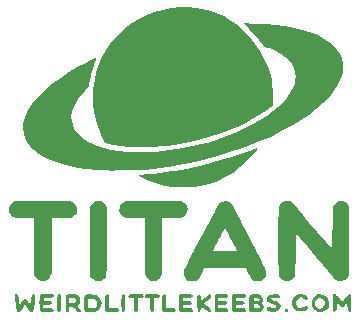
<source format=gto>
%TF.GenerationSoftware,KiCad,Pcbnew,(6.0.9)*%
%TF.CreationDate,2023-02-22T02:07:02+05:30*%
%TF.ProjectId,Titan Keyboard,54697461-6e20-44b6-9579-626f6172642e,rev?*%
%TF.SameCoordinates,Original*%
%TF.FileFunction,Legend,Top*%
%TF.FilePolarity,Positive*%
%FSLAX46Y46*%
G04 Gerber Fmt 4.6, Leading zero omitted, Abs format (unit mm)*
G04 Created by KiCad (PCBNEW (6.0.9)) date 2023-02-22 02:07:02*
%MOMM*%
%LPD*%
G01*
G04 APERTURE LIST*
%ADD10C,2.700000*%
G04 APERTURE END LIST*
%TO.C,G\u002A\u002A\u002A*%
G36*
X77721843Y-100376616D02*
G01*
X78644711Y-100415376D01*
X79501481Y-100483717D01*
X80295260Y-100582216D01*
X81029155Y-100711451D01*
X81706272Y-100871999D01*
X82329718Y-101064437D01*
X82902600Y-101289343D01*
X83086983Y-101373579D01*
X83603776Y-101644990D01*
X84048348Y-101935031D01*
X84421364Y-102244486D01*
X84723487Y-102574139D01*
X84955381Y-102924775D01*
X85117708Y-103297177D01*
X85211133Y-103692128D01*
X85232810Y-103908558D01*
X85232736Y-104214374D01*
X85193690Y-104507709D01*
X85111181Y-104810432D01*
X84980719Y-105144418D01*
X84977544Y-105151670D01*
X84718542Y-105655521D01*
X84386003Y-106153457D01*
X83979754Y-106645630D01*
X83499622Y-107132193D01*
X82945435Y-107613296D01*
X82317020Y-108089092D01*
X81614205Y-108559734D01*
X80836816Y-109025371D01*
X80142929Y-109403913D01*
X79076060Y-109929207D01*
X77950289Y-110418846D01*
X76773956Y-110870476D01*
X75555398Y-111281747D01*
X74302957Y-111650305D01*
X73024970Y-111973799D01*
X71729777Y-112249876D01*
X70425718Y-112476185D01*
X69121131Y-112650373D01*
X68360625Y-112727206D01*
X68180845Y-112740250D01*
X67946278Y-112752842D01*
X67668454Y-112764734D01*
X67358901Y-112775679D01*
X67029147Y-112785428D01*
X66690721Y-112793732D01*
X66355152Y-112800345D01*
X66033967Y-112805019D01*
X65738695Y-112807504D01*
X65480865Y-112807552D01*
X65272005Y-112804917D01*
X65123644Y-112799350D01*
X65096880Y-112797431D01*
X64999578Y-112789880D01*
X64845545Y-112778546D01*
X64652911Y-112764738D01*
X64439808Y-112749763D01*
X64346510Y-112743299D01*
X63522567Y-112669357D01*
X62760732Y-112564930D01*
X62053990Y-112428730D01*
X61395324Y-112259465D01*
X60958749Y-112120492D01*
X60395429Y-111900628D01*
X59889756Y-111650950D01*
X59443643Y-111373577D01*
X59059003Y-111070623D01*
X58737750Y-110744208D01*
X58481798Y-110396446D01*
X58293062Y-110029456D01*
X58173454Y-109645354D01*
X58124888Y-109246257D01*
X58131243Y-108992857D01*
X58203024Y-108555309D01*
X58348023Y-108111239D01*
X58564846Y-107662099D01*
X58852100Y-107209344D01*
X59208390Y-106754428D01*
X59632322Y-106298802D01*
X60122504Y-105843922D01*
X60677540Y-105391240D01*
X61296038Y-104942211D01*
X61976603Y-104498287D01*
X62717842Y-104060921D01*
X63021433Y-103893328D01*
X63238067Y-103778058D01*
X63460412Y-103663548D01*
X63678156Y-103554708D01*
X63880985Y-103456446D01*
X64058585Y-103373672D01*
X64200642Y-103311295D01*
X64296843Y-103274224D01*
X64336751Y-103267238D01*
X64329919Y-103305479D01*
X64300426Y-103395649D01*
X64254125Y-103520268D01*
X64239816Y-103556760D01*
X64098416Y-103945958D01*
X63964769Y-104374618D01*
X63846989Y-104813478D01*
X63753190Y-105233274D01*
X63712802Y-105457543D01*
X63694499Y-105558365D01*
X63670529Y-105638875D01*
X63631352Y-105714406D01*
X63567429Y-105800292D01*
X63469218Y-105911865D01*
X63350975Y-106039079D01*
X63048569Y-106388783D01*
X62782858Y-106750544D01*
X62560849Y-107112760D01*
X62389549Y-107463824D01*
X62275963Y-107792132D01*
X62264289Y-107838899D01*
X62206832Y-108230221D01*
X62222187Y-108605297D01*
X62309667Y-108962992D01*
X62468584Y-109302172D01*
X62698252Y-109621703D01*
X62997983Y-109920450D01*
X63367089Y-110197279D01*
X63804884Y-110451055D01*
X63865463Y-110481627D01*
X64378401Y-110702588D01*
X64953601Y-110887474D01*
X65587140Y-111035567D01*
X66275096Y-111146147D01*
X67013545Y-111218495D01*
X67798563Y-111251892D01*
X68079598Y-111254246D01*
X69257354Y-111217452D01*
X70443091Y-111107989D01*
X71631329Y-110927009D01*
X72816588Y-110675663D01*
X73993388Y-110355103D01*
X75156249Y-109966479D01*
X76225146Y-109542957D01*
X76921070Y-109226778D01*
X77574709Y-108891886D01*
X78183305Y-108540874D01*
X78744097Y-108176337D01*
X79254324Y-107800868D01*
X79711228Y-107417060D01*
X80112047Y-107027507D01*
X80454023Y-106634803D01*
X80734394Y-106241542D01*
X80950401Y-105850316D01*
X81099284Y-105463721D01*
X81178282Y-105084349D01*
X81190964Y-104876506D01*
X81156994Y-104495892D01*
X81051773Y-104134531D01*
X80877049Y-103794306D01*
X80634568Y-103477099D01*
X80326080Y-103184794D01*
X79953332Y-102919275D01*
X79518071Y-102682423D01*
X79022046Y-102476122D01*
X78934222Y-102445059D01*
X78543468Y-102310078D01*
X78339007Y-102041777D01*
X78093810Y-101727534D01*
X77861475Y-101447504D01*
X77620478Y-101176914D01*
X77349298Y-100890990D01*
X77259623Y-100799314D01*
X76821400Y-100353880D01*
X77721843Y-100376616D01*
G37*
G36*
X76775913Y-123267531D02*
G01*
X76894679Y-123297596D01*
X76963189Y-123346715D01*
X76989367Y-123417150D01*
X76990233Y-123436464D01*
X76972225Y-123500232D01*
X76912261Y-123544447D01*
X76801433Y-123571768D01*
X76630829Y-123584856D01*
X76486200Y-123586993D01*
X76127308Y-123586993D01*
X76127308Y-123849622D01*
X76443535Y-123849622D01*
X76637749Y-123857066D01*
X76767930Y-123882237D01*
X76843865Y-123929395D01*
X76875339Y-124002798D01*
X76877677Y-124038574D01*
X76855859Y-124105919D01*
X76785142Y-124151378D01*
X76657629Y-124177574D01*
X76465426Y-124187128D01*
X76429922Y-124187288D01*
X76127308Y-124187288D01*
X76127308Y-124449917D01*
X76455595Y-124450430D01*
X76659550Y-124453635D01*
X76800984Y-124464736D01*
X76892275Y-124487079D01*
X76945799Y-124524013D01*
X76973935Y-124578884D01*
X76977416Y-124591553D01*
X76984700Y-124664931D01*
X76958372Y-124718045D01*
X76889790Y-124753873D01*
X76770314Y-124775392D01*
X76591302Y-124785583D01*
X76408696Y-124787584D01*
X76190114Y-124784662D01*
X76035903Y-124775193D01*
X75935597Y-124758119D01*
X75881229Y-124734278D01*
X75854883Y-124709885D01*
X75835762Y-124673668D01*
X75822719Y-124614447D01*
X75814610Y-124521043D01*
X75810291Y-124382278D01*
X75808615Y-124186972D01*
X75808401Y-124023263D01*
X75810016Y-123763786D01*
X75815226Y-123571303D01*
X75824581Y-123437830D01*
X75838632Y-123355388D01*
X75857071Y-123316821D01*
X75920182Y-123291016D01*
X76052715Y-123271799D01*
X76256922Y-123258892D01*
X76355920Y-123255524D01*
X76598968Y-123254261D01*
X76775913Y-123267531D01*
G37*
G36*
X77957269Y-110922320D02*
G01*
X77949149Y-110964695D01*
X77895430Y-111052216D01*
X77803104Y-111176501D01*
X77679161Y-111329171D01*
X77530591Y-111501846D01*
X77364385Y-111686146D01*
X77187535Y-111873691D01*
X77032137Y-112031308D01*
X76467764Y-112542154D01*
X75872254Y-112985695D01*
X75243065Y-113363243D01*
X74577656Y-113676108D01*
X73873485Y-113925602D01*
X73128009Y-114113036D01*
X72919479Y-114153144D01*
X72738408Y-114177702D01*
X72500562Y-114198164D01*
X72224114Y-114214063D01*
X71927240Y-114224928D01*
X71628113Y-114230291D01*
X71344907Y-114229682D01*
X71095796Y-114222633D01*
X70898955Y-114208675D01*
X70874723Y-114205916D01*
X70131096Y-114077972D01*
X69388337Y-113875258D01*
X68647303Y-113598041D01*
X68083077Y-113336325D01*
X67959812Y-113266003D01*
X67908770Y-113214319D01*
X67930370Y-113179942D01*
X68025029Y-113161540D01*
X68139229Y-113157434D01*
X68270624Y-113152492D01*
X68462059Y-113139259D01*
X68699169Y-113119161D01*
X68967587Y-113093621D01*
X69252949Y-113064065D01*
X69540888Y-113031917D01*
X69817040Y-112998602D01*
X70049317Y-112968010D01*
X71566450Y-112723443D01*
X73065022Y-112412082D01*
X74552424Y-112032044D01*
X76036048Y-111581446D01*
X77473629Y-111077007D01*
X77646879Y-111014106D01*
X77793752Y-110964301D01*
X77900678Y-110931932D01*
X77954089Y-110921340D01*
X77957269Y-110922320D01*
G37*
G36*
X68000191Y-123253937D02*
G01*
X68107328Y-123262354D01*
X68179854Y-123278406D01*
X68231201Y-123303158D01*
X68231761Y-123303523D01*
X68309441Y-123380846D01*
X68319694Y-123457383D01*
X68269616Y-123523605D01*
X68166306Y-123569982D01*
X68020640Y-123586993D01*
X67835727Y-123586993D01*
X67835727Y-124125196D01*
X67834719Y-124340492D01*
X67830730Y-124493433D01*
X67822311Y-124596685D01*
X67808016Y-124662912D01*
X67786396Y-124704781D01*
X67767116Y-124725491D01*
X67699351Y-124776989D01*
X67646763Y-124775198D01*
X67578641Y-124718069D01*
X67573098Y-124712547D01*
X67542997Y-124675991D01*
X67522167Y-124628019D01*
X67508934Y-124555290D01*
X67501626Y-124444466D01*
X67498570Y-124282206D01*
X67498061Y-124114212D01*
X67498061Y-123590914D01*
X67305433Y-123579574D01*
X67172898Y-123562663D01*
X67093450Y-123526383D01*
X67061660Y-123490855D01*
X67029723Y-123420495D01*
X67052013Y-123357313D01*
X67063591Y-123340781D01*
X67092525Y-123311113D01*
X67137345Y-123290067D01*
X67210919Y-123275704D01*
X67326113Y-123266088D01*
X67495796Y-123259283D01*
X67628361Y-123255760D01*
X67845013Y-123252094D01*
X68000191Y-123253937D01*
G37*
G36*
X69538031Y-115370826D02*
G01*
X69926447Y-115371911D01*
X70288040Y-115373638D01*
X70615889Y-115375939D01*
X70903076Y-115378747D01*
X71142682Y-115381995D01*
X71327788Y-115385614D01*
X71451474Y-115389539D01*
X71506184Y-115393566D01*
X71623555Y-115442439D01*
X71756740Y-115535221D01*
X71881963Y-115652079D01*
X71975449Y-115773180D01*
X71987812Y-115795324D01*
X72024621Y-115904122D01*
X72047690Y-116043842D01*
X72051214Y-116106084D01*
X72018627Y-116320484D01*
X71921737Y-116516991D01*
X71771276Y-116677760D01*
X71666089Y-116746340D01*
X71607838Y-116775317D01*
X71550183Y-116797064D01*
X71481680Y-116812616D01*
X71390884Y-116823007D01*
X71266351Y-116829271D01*
X71096636Y-116832443D01*
X70870294Y-116833558D01*
X70699989Y-116833669D01*
X69899243Y-116833669D01*
X69899243Y-121582615D01*
X69814826Y-121747843D01*
X69730258Y-121876629D01*
X69621920Y-121996938D01*
X69588320Y-122026112D01*
X69488209Y-122094439D01*
X69385941Y-122131683D01*
X69248612Y-122148778D01*
X69213136Y-122150787D01*
X69034789Y-122147620D01*
X68895780Y-122121251D01*
X68867485Y-122110147D01*
X68709355Y-122002176D01*
X68572118Y-121844549D01*
X68494291Y-121702895D01*
X68482274Y-121666455D01*
X68471995Y-121615294D01*
X68463323Y-121543795D01*
X68456128Y-121446340D01*
X68450278Y-121317313D01*
X68445643Y-121151097D01*
X68442093Y-120942073D01*
X68439497Y-120684626D01*
X68437723Y-120373137D01*
X68436642Y-120001989D01*
X68436123Y-119565566D01*
X68436023Y-119198537D01*
X68436023Y-116833669D01*
X67635277Y-116833669D01*
X67368871Y-116833300D01*
X67166055Y-116831501D01*
X67015385Y-116827240D01*
X66905416Y-116819482D01*
X66824702Y-116807192D01*
X66761798Y-116789337D01*
X66705260Y-116764883D01*
X66669177Y-116746372D01*
X66484151Y-116608929D01*
X66350778Y-116425485D01*
X66279304Y-116210824D01*
X66274555Y-116176855D01*
X66267894Y-116054608D01*
X66285968Y-115951284D01*
X66336428Y-115832125D01*
X66360946Y-115784441D01*
X66443311Y-115649356D01*
X66535332Y-115556530D01*
X66666860Y-115475954D01*
X66668848Y-115474913D01*
X66868816Y-115370449D01*
X69129709Y-115370449D01*
X69538031Y-115370826D01*
G37*
G36*
X63844203Y-123294103D02*
G01*
X63854019Y-123294521D01*
X64101973Y-123312054D01*
X64277880Y-123340693D01*
X64370180Y-123372839D01*
X64542094Y-123500189D01*
X64663761Y-123667043D01*
X64735354Y-123859594D01*
X64757049Y-124064037D01*
X64729019Y-124266567D01*
X64651438Y-124453378D01*
X64524480Y-124610665D01*
X64353163Y-124722483D01*
X64215524Y-124769679D01*
X64047861Y-124797614D01*
X63840011Y-124809821D01*
X63682800Y-124811726D01*
X63550559Y-124809147D01*
X63463935Y-124802657D01*
X63446067Y-124798884D01*
X63392798Y-124773100D01*
X63353714Y-124731880D01*
X63326674Y-124664532D01*
X63309539Y-124560364D01*
X63305035Y-124487436D01*
X63633660Y-124487436D01*
X63881120Y-124487436D01*
X64091288Y-124471986D01*
X64233181Y-124425623D01*
X64235956Y-124424008D01*
X64346358Y-124319234D01*
X64405251Y-124178650D01*
X64410896Y-124022603D01*
X64361552Y-123871442D01*
X64291266Y-123777324D01*
X64229696Y-123726199D01*
X64156658Y-123695025D01*
X64049900Y-123677340D01*
X63914918Y-123668031D01*
X63633660Y-123653828D01*
X63633660Y-124487436D01*
X63305035Y-124487436D01*
X63300171Y-124408681D01*
X63296429Y-124198791D01*
X63295993Y-124048803D01*
X63296597Y-123788729D01*
X63301013Y-123653828D01*
X63302956Y-123594459D01*
X63321898Y-123456768D01*
X63360245Y-123366430D01*
X63424825Y-123314220D01*
X63522461Y-123290912D01*
X63659978Y-123287282D01*
X63844203Y-123294103D01*
G37*
G36*
X82660492Y-123647901D02*
G01*
X82690897Y-123595345D01*
X82814796Y-123431186D01*
X82952564Y-123331040D01*
X83123782Y-123284099D01*
X83267609Y-123277040D01*
X83492381Y-123311831D01*
X83686669Y-123404149D01*
X83844194Y-123542419D01*
X83958676Y-123715068D01*
X84023838Y-123910520D01*
X84033400Y-124117203D01*
X83981085Y-124323541D01*
X83907606Y-124456820D01*
X83754427Y-124615303D01*
X83559674Y-124721147D01*
X83339967Y-124769083D01*
X83111927Y-124753840D01*
X83035466Y-124733335D01*
X82834595Y-124633243D01*
X82684626Y-124486134D01*
X82588895Y-124303027D01*
X82550738Y-124094940D01*
X82555971Y-124043874D01*
X82805595Y-124043874D01*
X82832545Y-124217880D01*
X82918775Y-124355102D01*
X83044464Y-124452992D01*
X83172955Y-124512954D01*
X83287171Y-124515360D01*
X83404795Y-124469243D01*
X83545785Y-124362328D01*
X83630344Y-124227265D01*
X83661564Y-124078474D01*
X83642536Y-123930376D01*
X83576355Y-123797393D01*
X83466110Y-123693947D01*
X83314895Y-123634458D01*
X83223925Y-123625697D01*
X83107900Y-123635173D01*
X83018921Y-123676341D01*
X82933157Y-123752074D01*
X82850197Y-123848586D01*
X82813142Y-123940250D01*
X82805595Y-124043874D01*
X82555971Y-124043874D01*
X82573491Y-123872892D01*
X82660492Y-123647901D01*
G37*
G36*
X72941965Y-118926428D02*
G01*
X73202839Y-118426386D01*
X73329189Y-118184334D01*
X73589936Y-117685737D01*
X73818678Y-117250303D01*
X74017451Y-116874324D01*
X74188293Y-116554093D01*
X74333241Y-116285901D01*
X74454331Y-116066040D01*
X74553601Y-115890804D01*
X74633088Y-115756485D01*
X74694828Y-115659373D01*
X74740860Y-115595763D01*
X74767105Y-115567077D01*
X74959720Y-115441546D01*
X75179596Y-115383856D01*
X75370380Y-115389077D01*
X75429403Y-115398739D01*
X75483640Y-115411791D01*
X75535638Y-115432341D01*
X75587943Y-115464499D01*
X75643105Y-115512373D01*
X75703670Y-115580074D01*
X75772186Y-115671709D01*
X75851199Y-115791388D01*
X75943259Y-115943221D01*
X76050911Y-116131316D01*
X76176703Y-116359782D01*
X76323184Y-116632729D01*
X76492900Y-116954265D01*
X76688399Y-117328500D01*
X76912228Y-117759543D01*
X77166935Y-118251503D01*
X77277754Y-118465722D01*
X77532343Y-118958077D01*
X77754572Y-119388452D01*
X77946663Y-119761459D01*
X78110837Y-120081712D01*
X78249318Y-120353823D01*
X78364327Y-120582405D01*
X78458086Y-120772070D01*
X78532818Y-120927431D01*
X78590745Y-121053101D01*
X78634089Y-121153692D01*
X78665072Y-121233818D01*
X78685917Y-121298091D01*
X78698845Y-121351123D01*
X78706079Y-121397527D01*
X78709583Y-121437821D01*
X78713377Y-121582695D01*
X78697126Y-121688616D01*
X78653522Y-121790575D01*
X78625580Y-121840147D01*
X78492946Y-122004892D01*
X78357225Y-122108422D01*
X78244077Y-122166639D01*
X78142350Y-122192792D01*
X78015277Y-122194641D01*
X77964084Y-122191427D01*
X77799122Y-122168697D01*
X77662247Y-122120687D01*
X77542886Y-122038055D01*
X77430469Y-121911463D01*
X77314424Y-121731570D01*
X77196584Y-121513334D01*
X76971473Y-121074159D01*
X75217774Y-121073707D01*
X73464075Y-121073256D01*
X73242917Y-121514098D01*
X73154205Y-121685149D01*
X73070721Y-121835767D01*
X73001199Y-121950864D01*
X72954374Y-122015356D01*
X72950487Y-122019166D01*
X72784394Y-122123159D01*
X72581844Y-122181980D01*
X72368572Y-122192440D01*
X72170314Y-122151350D01*
X72107994Y-122123548D01*
X71923840Y-121985733D01*
X71789117Y-121800287D01*
X71713424Y-121583173D01*
X71700339Y-121445717D01*
X71702167Y-121418301D01*
X71709135Y-121383886D01*
X71723296Y-121338356D01*
X71746709Y-121277592D01*
X71781428Y-121197479D01*
X71829510Y-121093899D01*
X71893010Y-120962736D01*
X71973986Y-120799872D01*
X72074494Y-120601190D01*
X72196589Y-120362574D01*
X72342327Y-120079907D01*
X72513765Y-119749071D01*
X72581177Y-119619415D01*
X74177394Y-119619415D01*
X74213035Y-119626763D01*
X74314145Y-119633396D01*
X74471161Y-119639051D01*
X74674516Y-119643469D01*
X74914645Y-119646387D01*
X75181984Y-119647545D01*
X75208106Y-119647554D01*
X75477499Y-119646575D01*
X75720576Y-119643810D01*
X75927770Y-119639522D01*
X76089519Y-119633972D01*
X76196258Y-119627420D01*
X76238424Y-119620128D01*
X76238724Y-119619415D01*
X76221362Y-119574833D01*
X76173996Y-119476027D01*
X76101986Y-119333044D01*
X76010694Y-119155932D01*
X75905483Y-118954739D01*
X75791713Y-118739510D01*
X75674747Y-118520295D01*
X75559945Y-118307139D01*
X75452669Y-118110089D01*
X75358282Y-117939194D01*
X75282144Y-117804501D01*
X75229617Y-117716056D01*
X75206063Y-117683907D01*
X75205863Y-117683916D01*
X75182754Y-117716960D01*
X75130550Y-117806505D01*
X75054639Y-117942406D01*
X74960412Y-118114523D01*
X74853257Y-118312711D01*
X74738565Y-118526829D01*
X74621725Y-118746733D01*
X74508126Y-118962280D01*
X74403159Y-119163328D01*
X74312212Y-119339734D01*
X74240676Y-119481355D01*
X74193940Y-119578049D01*
X74177394Y-119619415D01*
X72581177Y-119619415D01*
X72712959Y-119365951D01*
X72941965Y-118926428D01*
G37*
G36*
X69260746Y-123250290D02*
G01*
X69416482Y-123254648D01*
X69531008Y-123263198D01*
X69578310Y-123272500D01*
X69644805Y-123323199D01*
X69678165Y-123369417D01*
X69693433Y-123457858D01*
X69643295Y-123528234D01*
X69536567Y-123573505D01*
X69405688Y-123586993D01*
X69223911Y-123586993D01*
X69223911Y-124128883D01*
X69223329Y-124341382D01*
X69220410Y-124491531D01*
X69213392Y-124592013D01*
X69200512Y-124655511D01*
X69180009Y-124694711D01*
X69150121Y-124722295D01*
X69140526Y-124729178D01*
X69062530Y-124777117D01*
X69011408Y-124776792D01*
X68955191Y-124726506D01*
X68948337Y-124718972D01*
X68922991Y-124679264D01*
X68905409Y-124617349D01*
X68894295Y-124520724D01*
X68888358Y-124376885D01*
X68886304Y-124173328D01*
X68886244Y-124118677D01*
X68886244Y-123586993D01*
X68704467Y-123586993D01*
X68564736Y-123567832D01*
X68465972Y-123518451D01*
X68414876Y-123451005D01*
X68418151Y-123377647D01*
X68482498Y-123310529D01*
X68537378Y-123283971D01*
X68610536Y-123270546D01*
X68738694Y-123260253D01*
X68902610Y-123253305D01*
X69083041Y-123249913D01*
X69260746Y-123250290D01*
G37*
G36*
X72149230Y-123255607D02*
G01*
X72313007Y-123276214D01*
X72418669Y-123313801D01*
X72474220Y-123371020D01*
X72488017Y-123437726D01*
X72468734Y-123502348D01*
X72405140Y-123546787D01*
X72288617Y-123573696D01*
X72110546Y-123585725D01*
X72002743Y-123586993D01*
X71662611Y-123586993D01*
X71662611Y-123849622D01*
X71975703Y-123849622D01*
X72139386Y-123852675D01*
X72245673Y-123863966D01*
X72312037Y-123886688D01*
X72350887Y-123918233D01*
X72406259Y-124004292D01*
X72394121Y-124079313D01*
X72354022Y-124128331D01*
X72299825Y-124160080D01*
X72205681Y-124178762D01*
X72057142Y-124186648D01*
X71978838Y-124187288D01*
X71662611Y-124187288D01*
X71662611Y-124449917D01*
X72016356Y-124449917D01*
X72198352Y-124453171D01*
X72319724Y-124464285D01*
X72394661Y-124485285D01*
X72429059Y-124508875D01*
X72481638Y-124599875D01*
X72473174Y-124689605D01*
X72415447Y-124748745D01*
X72345605Y-124765447D01*
X72220698Y-124777111D01*
X72059841Y-124783767D01*
X71882154Y-124785448D01*
X71706752Y-124782184D01*
X71552753Y-124774007D01*
X71439275Y-124760949D01*
X71390602Y-124747060D01*
X71367287Y-124726817D01*
X71350191Y-124690242D01*
X71338370Y-124626844D01*
X71330883Y-124526133D01*
X71326789Y-124377618D01*
X71325146Y-124170810D01*
X71324945Y-124015662D01*
X71324945Y-123322506D01*
X71421183Y-123285916D01*
X71498162Y-123270657D01*
X71629520Y-123258516D01*
X71794616Y-123251011D01*
X71919334Y-123249327D01*
X72149230Y-123255607D01*
G37*
G36*
X57600681Y-123266035D02*
G01*
X57664439Y-123320578D01*
X57701595Y-123375098D01*
X57728555Y-123461949D01*
X57748769Y-123596288D01*
X57762696Y-123752041D01*
X57776860Y-123905972D01*
X57792997Y-124027086D01*
X57808674Y-124099214D01*
X57816887Y-124112251D01*
X57850827Y-124083681D01*
X57911287Y-124009529D01*
X57970784Y-123926565D01*
X58094654Y-123771608D01*
X58207048Y-123685208D01*
X58305171Y-123669379D01*
X58321250Y-123674236D01*
X58372424Y-123713821D01*
X58450716Y-123796123D01*
X58537911Y-123901739D01*
X58619915Y-124001593D01*
X58685190Y-124069847D01*
X58720227Y-124092451D01*
X58720982Y-124092107D01*
X58736798Y-124049776D01*
X58753994Y-123954288D01*
X58767280Y-123841451D01*
X58798739Y-123605977D01*
X58843498Y-123439722D01*
X58903561Y-123337722D01*
X58980930Y-123295015D01*
X58988226Y-123293976D01*
X59055638Y-123293463D01*
X59103299Y-123315643D01*
X59132377Y-123369174D01*
X59144037Y-123462715D01*
X59139446Y-123604922D01*
X59119769Y-123804455D01*
X59089434Y-124045423D01*
X59050088Y-124322187D01*
X59012930Y-124530823D01*
X58974867Y-124678053D01*
X58932810Y-124770599D01*
X58883667Y-124815185D01*
X58824347Y-124818532D01*
X58751759Y-124787363D01*
X58749007Y-124785769D01*
X58701477Y-124739186D01*
X58626948Y-124645144D01*
X58537939Y-124519971D01*
X58490900Y-124449243D01*
X58404400Y-124320142D01*
X58331641Y-124218986D01*
X58282843Y-124159613D01*
X58269684Y-124149770D01*
X58235561Y-124179688D01*
X58204050Y-124234186D01*
X58163134Y-124304928D01*
X58091306Y-124413372D01*
X58003176Y-124537571D01*
X57991754Y-124553093D01*
X57864698Y-124702853D01*
X57756911Y-124781302D01*
X57666802Y-124789206D01*
X57602644Y-124740685D01*
X57585992Y-124689757D01*
X57562661Y-124577200D01*
X57534884Y-124415894D01*
X57504899Y-124218715D01*
X57478142Y-124023328D01*
X57447406Y-123784878D01*
X57426300Y-123609895D01*
X57414576Y-123487463D01*
X57411985Y-123406666D01*
X57418278Y-123356587D01*
X57433207Y-123326310D01*
X57456524Y-123304919D01*
X57461691Y-123301097D01*
X57539691Y-123256166D01*
X57600681Y-123266035D01*
G37*
G36*
X80507589Y-124510408D02*
G01*
X80571380Y-124583937D01*
X80581230Y-124671073D01*
X80543056Y-124746839D01*
X80462773Y-124786259D01*
X80441931Y-124787584D01*
X80362632Y-124760524D01*
X80330872Y-124733108D01*
X80298075Y-124649417D01*
X80318491Y-124567754D01*
X80376144Y-124508253D01*
X80455058Y-124491047D01*
X80507589Y-124510408D01*
G37*
G36*
X81759462Y-123287677D02*
G01*
X81973439Y-123345985D01*
X82119114Y-123427659D01*
X82196603Y-123526613D01*
X82212398Y-123624520D01*
X82173887Y-123695993D01*
X82099844Y-123731637D01*
X82009038Y-123722057D01*
X81924575Y-123662763D01*
X81813609Y-123590007D01*
X81668280Y-123559873D01*
X81519275Y-123577572D01*
X81488407Y-123588667D01*
X81395102Y-123650473D01*
X81302163Y-123746828D01*
X81277756Y-123780459D01*
X81205852Y-123942833D01*
X81208727Y-124099335D01*
X81286323Y-124249579D01*
X81359282Y-124327982D01*
X81514253Y-124427293D01*
X81679552Y-124453610D01*
X81846624Y-124406563D01*
X81931585Y-124352812D01*
X82042353Y-124286804D01*
X82125014Y-124285521D01*
X82190865Y-124349828D01*
X82204711Y-124373781D01*
X82223618Y-124433593D01*
X82200128Y-124491549D01*
X82138551Y-124559956D01*
X81976262Y-124672498D01*
X81777469Y-124734280D01*
X81563658Y-124742167D01*
X81356314Y-124693020D01*
X81323615Y-124678935D01*
X81124317Y-124549890D01*
X80983991Y-124379876D01*
X80906089Y-124178402D01*
X80894063Y-123954978D01*
X80951364Y-123719111D01*
X80963993Y-123688247D01*
X81081542Y-123502999D01*
X81247219Y-123368413D01*
X81448701Y-123290694D01*
X81673668Y-123276045D01*
X81759462Y-123287677D01*
G37*
G36*
X61236570Y-123290702D02*
G01*
X61253578Y-123302602D01*
X61280393Y-123328037D01*
X61300124Y-123366892D01*
X61314159Y-123430503D01*
X61323882Y-123530207D01*
X61330679Y-123677338D01*
X61335935Y-123883232D01*
X61338094Y-123994156D01*
X61341921Y-124228107D01*
X61342700Y-124398885D01*
X61339345Y-124518328D01*
X61330771Y-124598275D01*
X61315893Y-124650563D01*
X61293624Y-124687031D01*
X61272437Y-124710106D01*
X61195842Y-124773740D01*
X61137326Y-124777140D01*
X61071566Y-124721283D01*
X61068550Y-124717967D01*
X61045430Y-124683812D01*
X61029120Y-124633003D01*
X61018786Y-124554170D01*
X61013592Y-124435944D01*
X61012703Y-124266956D01*
X61015285Y-124035837D01*
X61015837Y-124000267D01*
X61020111Y-123764423D01*
X61025252Y-123592354D01*
X61032673Y-123472799D01*
X61043784Y-123394495D01*
X61059998Y-123346183D01*
X61082725Y-123316602D01*
X61103505Y-123300851D01*
X61173694Y-123268731D01*
X61236570Y-123290702D01*
G37*
G36*
X74916306Y-123249327D02*
G01*
X75103917Y-123250683D01*
X75231967Y-123256351D01*
X75315907Y-123268731D01*
X75371190Y-123290222D01*
X75413267Y-123323223D01*
X75417207Y-123327114D01*
X75468621Y-123389649D01*
X75466854Y-123442114D01*
X75440873Y-123486567D01*
X75409095Y-123524158D01*
X75363131Y-123548929D01*
X75287350Y-123564202D01*
X75166124Y-123573304D01*
X75006661Y-123578926D01*
X74626569Y-123589618D01*
X74626569Y-123849622D01*
X74929184Y-123849622D01*
X75127283Y-123856093D01*
X75260958Y-123877942D01*
X75339899Y-123918822D01*
X75373797Y-123982389D01*
X75376939Y-124018455D01*
X75359777Y-124093152D01*
X75301833Y-124143556D01*
X75193415Y-124173322D01*
X75024833Y-124186103D01*
X74929184Y-124187288D01*
X74626569Y-124187288D01*
X74626569Y-124449917D01*
X74961793Y-124449917D01*
X75179926Y-124455262D01*
X75332685Y-124473197D01*
X75429101Y-124506572D01*
X75478203Y-124558238D01*
X75489494Y-124616502D01*
X75478078Y-124682162D01*
X75437246Y-124729151D01*
X75357124Y-124760307D01*
X75227838Y-124778468D01*
X75039514Y-124786474D01*
X74894345Y-124787584D01*
X74691806Y-124785591D01*
X74551276Y-124778614D01*
X74459809Y-124765151D01*
X74404460Y-124743705D01*
X74385379Y-124728626D01*
X74363403Y-124695323D01*
X74347478Y-124638842D01*
X74336712Y-124548426D01*
X74330214Y-124413317D01*
X74327091Y-124222758D01*
X74326422Y-124017903D01*
X74326363Y-123759456D01*
X74331065Y-123566469D01*
X74347846Y-123429406D01*
X74384023Y-123338734D01*
X74446914Y-123284918D01*
X74543836Y-123258424D01*
X74682107Y-123249718D01*
X74869044Y-123249265D01*
X74916306Y-123249327D01*
G37*
G36*
X85204677Y-115407402D02*
G01*
X85367236Y-115480232D01*
X85522196Y-115599071D01*
X85645366Y-115742319D01*
X85701803Y-115851285D01*
X85711412Y-115893078D01*
X85719766Y-115963554D01*
X85726939Y-116067214D01*
X85733005Y-116208560D01*
X85738040Y-116392093D01*
X85742118Y-116622313D01*
X85745314Y-116903724D01*
X85747703Y-117240825D01*
X85749359Y-117638117D01*
X85750357Y-118100103D01*
X85750772Y-118631284D01*
X85750794Y-118803389D01*
X85750794Y-121617273D01*
X85647950Y-121792221D01*
X85507304Y-121971100D01*
X85328967Y-122087746D01*
X85105122Y-122147058D01*
X85076453Y-122150389D01*
X84935853Y-122159029D01*
X84815510Y-122148638D01*
X84704993Y-122112497D01*
X84593873Y-122043886D01*
X84471721Y-121936086D01*
X84328105Y-121782378D01*
X84152598Y-121576042D01*
X84115662Y-121531398D01*
X83810850Y-121162123D01*
X83547156Y-120843159D01*
X83318126Y-120566790D01*
X83117303Y-120325300D01*
X82938232Y-120110973D01*
X82774457Y-119916092D01*
X82619521Y-119732941D01*
X82466969Y-119553805D01*
X82310344Y-119370967D01*
X82225580Y-119272369D01*
X82047540Y-119064886D01*
X81871046Y-118858123D01*
X81707094Y-118665045D01*
X81566681Y-118498613D01*
X81460803Y-118371789D01*
X81435807Y-118341437D01*
X81211060Y-118067078D01*
X81192301Y-119860935D01*
X81187666Y-120280734D01*
X81183119Y-120632013D01*
X81178386Y-120921285D01*
X81173191Y-121155066D01*
X81167259Y-121339870D01*
X81160314Y-121482214D01*
X81152081Y-121588611D01*
X81142284Y-121665576D01*
X81130648Y-121719625D01*
X81116899Y-121757272D01*
X81111725Y-121767436D01*
X80982828Y-121931246D01*
X80808231Y-122054314D01*
X80607745Y-122127735D01*
X80401180Y-122142603D01*
X80310617Y-122127591D01*
X80108592Y-122041529D01*
X79936681Y-121900569D01*
X79811962Y-121721060D01*
X79768855Y-121608919D01*
X79760978Y-121542751D01*
X79753947Y-121408988D01*
X79747760Y-121215067D01*
X79742414Y-120968425D01*
X79737907Y-120676499D01*
X79734237Y-120346727D01*
X79731400Y-119986545D01*
X79729395Y-119603391D01*
X79728219Y-119204701D01*
X79727870Y-118797914D01*
X79728345Y-118390465D01*
X79729642Y-117989792D01*
X79731758Y-117603333D01*
X79734690Y-117238524D01*
X79738438Y-116902802D01*
X79742997Y-116603604D01*
X79748365Y-116348368D01*
X79754541Y-116144531D01*
X79761522Y-115999529D01*
X79769304Y-115920801D01*
X79770728Y-115914467D01*
X79849886Y-115749780D01*
X79982651Y-115598396D01*
X80147840Y-115479710D01*
X80316665Y-115414659D01*
X80519638Y-115396109D01*
X80721581Y-115419467D01*
X80878363Y-115475395D01*
X80922378Y-115514900D01*
X81006613Y-115604884D01*
X81124170Y-115737431D01*
X81268152Y-115904623D01*
X81431660Y-116098541D01*
X81607796Y-116311267D01*
X81627674Y-116335509D01*
X81819700Y-116569327D01*
X82012818Y-116803386D01*
X82197066Y-117025692D01*
X82362483Y-117224252D01*
X82499107Y-117387070D01*
X82586734Y-117490242D01*
X82690713Y-117611897D01*
X82832963Y-117779028D01*
X83003393Y-117979742D01*
X83191911Y-118202145D01*
X83388426Y-118434341D01*
X83557617Y-118634555D01*
X83735225Y-118843982D01*
X83897884Y-119034040D01*
X84039129Y-119197316D01*
X84152496Y-119326395D01*
X84231519Y-119413861D01*
X84269734Y-119452301D01*
X84271493Y-119453360D01*
X84278344Y-119419521D01*
X84285105Y-119317480D01*
X84291613Y-119154076D01*
X84297705Y-118936142D01*
X84303216Y-118670516D01*
X84307983Y-118364034D01*
X84311843Y-118023532D01*
X84314631Y-117655846D01*
X84314667Y-117649519D01*
X84325092Y-115833520D01*
X84432614Y-115692586D01*
X84604132Y-115520675D01*
X84801568Y-115416090D01*
X85017728Y-115381486D01*
X85204677Y-115407402D01*
G37*
G36*
X77256845Y-124076428D02*
G01*
X77259361Y-123947214D01*
X77261731Y-123849622D01*
X77628047Y-123849622D01*
X77867903Y-123849622D01*
X78007516Y-123845099D01*
X78088512Y-123829055D01*
X78126901Y-123797777D01*
X78131179Y-123788589D01*
X78134221Y-123707133D01*
X78069368Y-123653606D01*
X77935704Y-123627478D01*
X77848563Y-123624511D01*
X77725558Y-123626076D01*
X77659721Y-123636850D01*
X77633181Y-123665956D01*
X77628070Y-123722513D01*
X77628047Y-123737067D01*
X77628047Y-123849622D01*
X77261731Y-123849622D01*
X77265114Y-123710365D01*
X77275764Y-123538182D01*
X77299491Y-123420366D01*
X77344478Y-123346618D01*
X77418907Y-123306639D01*
X77530959Y-123290130D01*
X77688816Y-123286793D01*
X77783986Y-123286845D01*
X77953970Y-123287938D01*
X78068065Y-123294191D01*
X78145415Y-123310071D01*
X78205163Y-123340041D01*
X78266453Y-123388564D01*
X78283314Y-123403287D01*
X78367446Y-123487566D01*
X78405859Y-123567354D01*
X78415354Y-123679651D01*
X78415360Y-123694055D01*
X78408200Y-123810412D01*
X78390829Y-123899462D01*
X78381673Y-123920673D01*
X78376948Y-123996402D01*
X78419626Y-124089506D01*
X78469479Y-124207799D01*
X78490820Y-124330886D01*
X78490831Y-124332934D01*
X78464133Y-124470701D01*
X78395413Y-124610922D01*
X78302146Y-124722393D01*
X78253496Y-124756683D01*
X78173764Y-124779143D01*
X78041318Y-124796763D01*
X77878373Y-124808710D01*
X77707146Y-124814148D01*
X77549852Y-124812243D01*
X77428707Y-124802162D01*
X77376868Y-124789603D01*
X77330891Y-124758904D01*
X77297094Y-124705779D01*
X77274135Y-124620598D01*
X77260669Y-124493732D01*
X77259362Y-124449917D01*
X77628047Y-124449917D01*
X77872721Y-124449917D01*
X78006243Y-124447522D01*
X78085083Y-124435739D01*
X78129554Y-124407677D01*
X78159968Y-124356444D01*
X78162140Y-124351714D01*
X78176283Y-124253355D01*
X78123158Y-124178149D01*
X78007990Y-124129863D01*
X77836000Y-124112266D01*
X77830242Y-124112251D01*
X77628047Y-124112251D01*
X77628047Y-124449917D01*
X77259362Y-124449917D01*
X77255353Y-124315552D01*
X77256845Y-124076428D01*
G37*
G36*
X64675365Y-115419982D02*
G01*
X64859032Y-115504996D01*
X65015806Y-115643587D01*
X65113779Y-115794751D01*
X65211283Y-115994042D01*
X65200979Y-118824417D01*
X65199005Y-119352779D01*
X65197097Y-119811320D01*
X65195104Y-120205257D01*
X65192875Y-120539806D01*
X65190260Y-120820182D01*
X65187109Y-121051601D01*
X65183271Y-121239279D01*
X65178596Y-121388433D01*
X65172932Y-121504279D01*
X65166130Y-121592032D01*
X65158039Y-121656908D01*
X65148509Y-121704123D01*
X65137389Y-121738894D01*
X65124528Y-121766437D01*
X65115639Y-121782129D01*
X65037803Y-121886565D01*
X64933724Y-121994006D01*
X64898512Y-122024309D01*
X64799739Y-122093249D01*
X64700007Y-122130891D01*
X64566578Y-122148274D01*
X64523328Y-122150787D01*
X64344981Y-122147620D01*
X64205972Y-122121251D01*
X64177677Y-122110147D01*
X64019547Y-122002176D01*
X63882310Y-121844549D01*
X63804483Y-121702895D01*
X63793411Y-121669216D01*
X63783815Y-121621468D01*
X63775594Y-121554528D01*
X63768648Y-121463276D01*
X63762878Y-121342589D01*
X63758184Y-121187348D01*
X63754466Y-120992430D01*
X63751624Y-120752714D01*
X63749558Y-120463080D01*
X63748168Y-120118406D01*
X63747354Y-119713570D01*
X63747017Y-119243451D01*
X63747039Y-118757696D01*
X63747269Y-118230614D01*
X63747714Y-117773284D01*
X63748500Y-117380421D01*
X63749753Y-117046741D01*
X63751601Y-116766957D01*
X63754170Y-116535786D01*
X63757586Y-116347942D01*
X63761977Y-116198140D01*
X63767469Y-116081096D01*
X63774189Y-115991525D01*
X63782263Y-115924141D01*
X63791818Y-115873660D01*
X63802980Y-115834796D01*
X63815878Y-115802266D01*
X63817992Y-115797556D01*
X63937113Y-115615118D01*
X64095679Y-115486112D01*
X64280421Y-115410569D01*
X64478072Y-115388515D01*
X64675365Y-115419982D01*
G37*
G36*
X74001023Y-123316026D02*
G01*
X74018770Y-123331867D01*
X74061261Y-123419660D01*
X74036760Y-123517448D01*
X73979376Y-123583967D01*
X73910305Y-123641926D01*
X73804119Y-123730412D01*
X73681550Y-123832157D01*
X73657577Y-123852012D01*
X73420194Y-124048542D01*
X73526262Y-124137467D01*
X73610531Y-124206624D01*
X73727912Y-124301132D01*
X73848061Y-124396625D01*
X73975127Y-124506197D01*
X74044209Y-124590970D01*
X74063792Y-124657142D01*
X74032921Y-124746468D01*
X73957884Y-124797427D01*
X73876200Y-124795112D01*
X73825313Y-124763687D01*
X73732256Y-124694465D01*
X73611682Y-124598662D01*
X73515193Y-124518794D01*
X73388261Y-124413587D01*
X73282883Y-124329284D01*
X73211873Y-124275952D01*
X73188696Y-124262325D01*
X73175682Y-124296454D01*
X73163501Y-124385343D01*
X73155760Y-124492914D01*
X73133689Y-124661845D01*
X73087629Y-124761589D01*
X73018277Y-124791237D01*
X72947618Y-124764584D01*
X72923905Y-124742217D01*
X72906224Y-124702203D01*
X72893460Y-124633939D01*
X72884494Y-124526821D01*
X72878211Y-124370245D01*
X72873493Y-124153608D01*
X72871742Y-124044315D01*
X72868508Y-123802912D01*
X72867807Y-123625729D01*
X72870625Y-123501968D01*
X72877945Y-123420828D01*
X72890755Y-123371511D01*
X72910040Y-123343215D01*
X72936785Y-123325142D01*
X72937399Y-123324813D01*
X73034891Y-123304900D01*
X73086608Y-123323451D01*
X73128670Y-123360545D01*
X73153818Y-123428153D01*
X73167537Y-123544819D01*
X73171024Y-123608688D01*
X73182109Y-123854679D01*
X73519775Y-123571835D01*
X73683870Y-123437808D01*
X73803673Y-123350200D01*
X73889552Y-123304025D01*
X73951879Y-123294296D01*
X74001023Y-123316026D01*
G37*
G36*
X72105752Y-98993444D02*
G01*
X72849644Y-99069119D01*
X73596187Y-99216503D01*
X73763645Y-99259609D01*
X74437513Y-99478944D01*
X75085364Y-99766025D01*
X75703161Y-100116854D01*
X76286866Y-100527433D01*
X76832444Y-100993761D01*
X77335857Y-101511840D01*
X77793068Y-102077672D01*
X78200039Y-102687257D01*
X78552735Y-103336597D01*
X78847117Y-104021693D01*
X78990591Y-104437159D01*
X79081118Y-104770513D01*
X79159823Y-105150155D01*
X79224199Y-105555588D01*
X79271738Y-105966316D01*
X79299934Y-106361843D01*
X79306279Y-106721674D01*
X79296584Y-106938713D01*
X79270808Y-107267537D01*
X79077861Y-107430594D01*
X78756821Y-107681944D01*
X78375388Y-107946523D01*
X77945461Y-108217440D01*
X77478937Y-108487803D01*
X76987714Y-108750720D01*
X76483687Y-108999301D01*
X75978756Y-109226653D01*
X75972946Y-109229136D01*
X75182763Y-109543602D01*
X74345304Y-109834149D01*
X73480416Y-110095254D01*
X72607948Y-110321394D01*
X71747746Y-110507045D01*
X70919658Y-110646686D01*
X70837205Y-110658205D01*
X70495139Y-110700701D01*
X70120798Y-110739649D01*
X69726663Y-110774338D01*
X69325216Y-110804059D01*
X68928938Y-110828100D01*
X68550311Y-110845751D01*
X68201816Y-110856300D01*
X67895936Y-110859038D01*
X67645150Y-110853253D01*
X67535580Y-110846211D01*
X67432600Y-110837492D01*
X67275876Y-110824357D01*
X67086447Y-110808564D01*
X66885352Y-110791871D01*
X66879007Y-110791346D01*
X66690063Y-110773159D01*
X66472745Y-110748174D01*
X66242688Y-110718639D01*
X66015524Y-110686798D01*
X65806890Y-110654898D01*
X65632419Y-110625187D01*
X65507746Y-110599909D01*
X65464038Y-110588039D01*
X65399010Y-110568957D01*
X65295570Y-110541153D01*
X65260282Y-110532037D01*
X65201026Y-110515161D01*
X65153298Y-110492109D01*
X65109401Y-110452413D01*
X65061638Y-110385604D01*
X65002312Y-110281214D01*
X64923726Y-110128775D01*
X64838243Y-109958028D01*
X64531195Y-109261270D01*
X64297542Y-108548938D01*
X64137219Y-107820754D01*
X64050157Y-107076436D01*
X64032787Y-106572369D01*
X64066084Y-105884388D01*
X64166725Y-105186754D01*
X64331057Y-104494117D01*
X64555431Y-103821127D01*
X64836196Y-103182430D01*
X64916343Y-103026875D01*
X65300451Y-102381704D01*
X65737669Y-101786756D01*
X66223790Y-101243822D01*
X66754611Y-100754691D01*
X67325925Y-100321155D01*
X67933529Y-99945004D01*
X68573216Y-99628028D01*
X69240784Y-99372018D01*
X69932026Y-99178764D01*
X70642738Y-99050056D01*
X71368715Y-98987686D01*
X72105752Y-98993444D01*
G37*
G36*
X60416834Y-123254681D02*
G01*
X60515225Y-123265446D01*
X60582282Y-123285357D01*
X60615153Y-123303287D01*
X60692934Y-123379966D01*
X60696130Y-123461005D01*
X60648262Y-123528035D01*
X60598947Y-123557825D01*
X60513889Y-123576202D01*
X60378902Y-123585191D01*
X60235559Y-123586993D01*
X59881813Y-123586993D01*
X59881813Y-123849622D01*
X60160522Y-123849622D01*
X60347015Y-123859293D01*
X60469429Y-123891096D01*
X60536546Y-123949214D01*
X60557145Y-124037829D01*
X60557146Y-124038574D01*
X60535328Y-124105919D01*
X60464610Y-124151378D01*
X60337098Y-124177574D01*
X60144894Y-124187128D01*
X60109390Y-124187288D01*
X59806776Y-124187288D01*
X59806776Y-124449917D01*
X60142000Y-124449917D01*
X60385468Y-124460006D01*
X60561081Y-124489845D01*
X60667606Y-124538792D01*
X60703809Y-124606206D01*
X60668457Y-124691445D01*
X60649677Y-124713944D01*
X60614044Y-124745132D01*
X60564586Y-124766113D01*
X60487160Y-124778855D01*
X60367623Y-124785322D01*
X60191830Y-124787481D01*
X60119868Y-124787584D01*
X59922376Y-124786392D01*
X59785473Y-124781476D01*
X59694734Y-124770825D01*
X59635730Y-124752428D01*
X59594034Y-124724271D01*
X59581665Y-124712547D01*
X59553596Y-124678971D01*
X59533519Y-124635189D01*
X59520112Y-124569106D01*
X59512053Y-124468624D01*
X59508022Y-124321649D01*
X59506697Y-124116082D01*
X59506629Y-124025626D01*
X59508268Y-123778473D01*
X59513705Y-123596310D01*
X59523715Y-123469152D01*
X59539072Y-123387013D01*
X59559806Y-123340914D01*
X59590910Y-123309531D01*
X59639452Y-123287731D01*
X59719210Y-123273198D01*
X59843958Y-123263619D01*
X60027475Y-123256678D01*
X60068035Y-123255524D01*
X60272605Y-123251796D01*
X60416834Y-123254681D01*
G37*
G36*
X79659860Y-123303585D02*
G01*
X79783839Y-123352763D01*
X79860971Y-123424635D01*
X79879154Y-123489962D01*
X79855120Y-123582526D01*
X79779842Y-123631095D01*
X79648561Y-123637426D01*
X79528692Y-123619272D01*
X79353137Y-123596358D01*
X79224730Y-123602474D01*
X79148327Y-123630909D01*
X79128781Y-123674954D01*
X79170946Y-123727899D01*
X79279675Y-123783034D01*
X79386164Y-123816299D01*
X79579777Y-123873296D01*
X79713673Y-123930328D01*
X79802719Y-123995635D01*
X79861786Y-124077460D01*
X79863596Y-124080922D01*
X79915943Y-124252880D01*
X79897377Y-124417307D01*
X79811983Y-124564327D01*
X79663848Y-124684060D01*
X79600715Y-124716436D01*
X79447007Y-124768956D01*
X79291599Y-124780024D01*
X79107228Y-124750558D01*
X79046462Y-124735105D01*
X78891290Y-124682632D01*
X78799261Y-124621187D01*
X78758490Y-124540710D01*
X78753600Y-124487218D01*
X78780370Y-124396996D01*
X78857146Y-124359187D01*
X78978625Y-124375493D01*
X79036136Y-124396537D01*
X79177225Y-124437884D01*
X79312774Y-124448154D01*
X79430385Y-124431832D01*
X79517659Y-124393405D01*
X79562201Y-124337359D01*
X79551611Y-124268180D01*
X79514811Y-124223326D01*
X79445427Y-124183463D01*
X79327679Y-124138988D01*
X79186890Y-124099448D01*
X79185063Y-124099018D01*
X78982175Y-124034610D01*
X78846739Y-123949683D01*
X78772724Y-123838932D01*
X78753600Y-123719284D01*
X78762588Y-123594028D01*
X78799625Y-123507008D01*
X78879823Y-123436348D01*
X78992773Y-123373032D01*
X79155491Y-123311825D01*
X79330821Y-123281155D01*
X79503899Y-123279062D01*
X79659860Y-123303585D01*
G37*
G36*
X66658533Y-123279857D02*
G01*
X66673072Y-123287068D01*
X66713528Y-123315127D01*
X66743140Y-123356720D01*
X66763272Y-123422366D01*
X66775290Y-123522580D01*
X66780560Y-123667881D01*
X66780447Y-123868785D01*
X66777177Y-124088970D01*
X66772481Y-124314132D01*
X66766716Y-124476066D01*
X66758284Y-124586579D01*
X66745588Y-124657479D01*
X66727029Y-124700571D01*
X66701011Y-124727665D01*
X66689674Y-124735667D01*
X66621319Y-124766715D01*
X66557007Y-124746402D01*
X66530221Y-124728682D01*
X66500014Y-124704299D01*
X66478227Y-124672327D01*
X66463488Y-124621245D01*
X66454424Y-124539536D01*
X66449661Y-124415679D01*
X66447827Y-124238156D01*
X66447544Y-124035087D01*
X66448154Y-123800845D01*
X66450823Y-123629800D01*
X66456816Y-123510113D01*
X66467394Y-123429948D01*
X66483819Y-123377468D01*
X66507355Y-123340837D01*
X66523441Y-123323504D01*
X66593038Y-123272722D01*
X66658533Y-123279857D01*
G37*
G36*
X70126983Y-123284117D02*
G01*
X70190641Y-123360898D01*
X70202265Y-123388201D01*
X70215440Y-123459519D01*
X70226310Y-123588184D01*
X70233813Y-123756516D01*
X70236886Y-123946833D01*
X70236909Y-123964620D01*
X70236909Y-124449917D01*
X70587520Y-124449917D01*
X70760081Y-124452297D01*
X70874065Y-124461249D01*
X70945834Y-124479493D01*
X70991748Y-124509749D01*
X71000223Y-124518529D01*
X71055015Y-124600857D01*
X71043693Y-124670053D01*
X70993704Y-124725491D01*
X70921600Y-124755546D01*
X70794046Y-124776854D01*
X70630125Y-124789347D01*
X70448923Y-124792960D01*
X70269521Y-124787623D01*
X70111003Y-124773272D01*
X69992453Y-124749838D01*
X69945110Y-124729178D01*
X69914133Y-124704218D01*
X69891958Y-124671717D01*
X69877118Y-124619881D01*
X69868145Y-124536912D01*
X69863568Y-124411017D01*
X69861921Y-124230397D01*
X69861725Y-124059325D01*
X69862140Y-123831782D01*
X69864465Y-123666743D01*
X69870316Y-123551673D01*
X69881312Y-123474039D01*
X69899068Y-123421307D01*
X69925204Y-123380944D01*
X69953394Y-123348963D01*
X70046535Y-123279923D01*
X70126983Y-123284117D01*
G37*
G36*
X65285144Y-123292798D02*
G01*
X65332250Y-123317595D01*
X65364027Y-123371640D01*
X65383416Y-123465340D01*
X65393362Y-123609100D01*
X65396809Y-123813325D01*
X65397027Y-123913403D01*
X65397027Y-124449917D01*
X65766397Y-124449917D01*
X65943407Y-124452047D01*
X66061321Y-124460117D01*
X66136000Y-124476650D01*
X66183308Y-124504169D01*
X66197859Y-124518529D01*
X66252652Y-124600857D01*
X66241329Y-124670053D01*
X66191340Y-124725491D01*
X66147719Y-124752784D01*
X66079305Y-124771020D01*
X65972512Y-124781805D01*
X65813751Y-124786744D01*
X65666082Y-124787584D01*
X65470069Y-124786356D01*
X65334511Y-124781303D01*
X65244848Y-124770371D01*
X65186518Y-124751503D01*
X65144961Y-124722646D01*
X65134398Y-124712547D01*
X65105631Y-124677961D01*
X65085283Y-124632772D01*
X65071919Y-124564463D01*
X65064103Y-124460518D01*
X65060400Y-124308421D01*
X65059373Y-124095654D01*
X65059361Y-124058416D01*
X65061642Y-123793704D01*
X65069696Y-123595191D01*
X65085337Y-123454144D01*
X65110382Y-123361830D01*
X65146646Y-123309515D01*
X65195945Y-123288466D01*
X65219762Y-123286845D01*
X65285144Y-123292798D01*
G37*
G36*
X84569239Y-123274662D02*
G01*
X84632002Y-123322719D01*
X84714357Y-123407571D01*
X84824124Y-123535734D01*
X84969123Y-123713725D01*
X85041527Y-123803808D01*
X85140233Y-123926826D01*
X85287563Y-123729360D01*
X85425679Y-123557547D01*
X85555690Y-123420518D01*
X85667716Y-123327486D01*
X85751877Y-123287663D01*
X85762137Y-123286845D01*
X85816446Y-123292743D01*
X85856710Y-123316848D01*
X85884993Y-123368775D01*
X85903360Y-123458139D01*
X85913877Y-123594556D01*
X85918609Y-123787640D01*
X85919627Y-124020144D01*
X85918901Y-124257236D01*
X85915985Y-124430708D01*
X85909767Y-124551966D01*
X85899140Y-124632420D01*
X85882992Y-124683478D01*
X85860214Y-124716547D01*
X85851016Y-124725491D01*
X85787826Y-124776313D01*
X85740632Y-124778030D01*
X85673548Y-124734455D01*
X85638438Y-124697612D01*
X85614378Y-124637732D01*
X85598029Y-124539427D01*
X85586052Y-124387308D01*
X85581961Y-124312373D01*
X85563202Y-123943418D01*
X85394863Y-124159149D01*
X85283506Y-124290269D01*
X85193534Y-124358356D01*
X85110570Y-124363148D01*
X85020238Y-124304388D01*
X84908162Y-124181816D01*
X84882097Y-124149900D01*
X84700277Y-123924919D01*
X84681518Y-124275672D01*
X84658880Y-124503735D01*
X84619300Y-124659135D01*
X84562867Y-124741742D01*
X84489666Y-124751426D01*
X84402809Y-124691107D01*
X84380845Y-124657827D01*
X84364926Y-124601384D01*
X84354160Y-124511028D01*
X84347657Y-124376009D01*
X84344527Y-124185576D01*
X84343852Y-123979577D01*
X84344314Y-123743317D01*
X84346514Y-123571048D01*
X84351668Y-123451725D01*
X84360994Y-123374303D01*
X84375711Y-123327739D01*
X84397034Y-123300987D01*
X84420306Y-123286087D01*
X84471211Y-123262863D01*
X84518249Y-123256882D01*
X84569239Y-123274662D01*
G37*
G36*
X61723722Y-123583348D02*
G01*
X61738834Y-123448570D01*
X61772392Y-123360688D01*
X61831552Y-123310341D01*
X61923467Y-123288168D01*
X62055292Y-123284810D01*
X62234183Y-123290906D01*
X62284556Y-123292723D01*
X62491864Y-123303657D01*
X62639650Y-123324256D01*
X62743365Y-123361090D01*
X62818459Y-123420729D01*
X62880384Y-123509741D01*
X62905891Y-123556902D01*
X62949881Y-123707861D01*
X62949201Y-123880507D01*
X62908348Y-124047969D01*
X62831818Y-124183378D01*
X62794856Y-124220394D01*
X62763347Y-124255376D01*
X62765239Y-124296055D01*
X62806569Y-124360970D01*
X62864082Y-124433060D01*
X62961153Y-124573091D01*
X62992946Y-124677065D01*
X62959542Y-124745783D01*
X62898645Y-124773031D01*
X62843366Y-124777851D01*
X62785324Y-124756703D01*
X62709867Y-124700438D01*
X62602342Y-124599906D01*
X62569349Y-124567394D01*
X62452236Y-124454675D01*
X62367978Y-124386123D01*
X62298309Y-124350979D01*
X62224961Y-124338482D01*
X62178810Y-124337362D01*
X62020366Y-124337362D01*
X62020366Y-124517451D01*
X62004485Y-124670253D01*
X61955294Y-124758902D01*
X61870465Y-124787583D01*
X61870292Y-124787584D01*
X61791513Y-124762553D01*
X61765240Y-124742561D01*
X61746921Y-124694566D01*
X61733614Y-124589139D01*
X61725007Y-124421328D01*
X61720785Y-124186182D01*
X61720218Y-124031031D01*
X61719917Y-123787091D01*
X62020366Y-123787091D01*
X62024715Y-123903853D01*
X62035874Y-123987606D01*
X62045378Y-124012202D01*
X62094545Y-124026633D01*
X62192165Y-124035670D01*
X62258691Y-124037214D01*
X62399287Y-124025895D01*
X62495716Y-123986365D01*
X62533826Y-123955637D01*
X62608218Y-123852303D01*
X62613991Y-123755888D01*
X62557555Y-123674391D01*
X62445320Y-123615810D01*
X62283697Y-123588144D01*
X62238402Y-123586993D01*
X62020366Y-123586993D01*
X62020366Y-123787091D01*
X61719917Y-123787091D01*
X61719901Y-123774381D01*
X61723722Y-123583348D01*
G37*
G36*
X61197288Y-115376041D02*
G01*
X61491104Y-115377497D01*
X61737975Y-115379646D01*
X61930817Y-115382454D01*
X62062549Y-115385885D01*
X62125125Y-115389759D01*
X62301494Y-115450721D01*
X62464914Y-115573589D01*
X62599225Y-115745299D01*
X62626916Y-115795412D01*
X62676235Y-115921742D01*
X62692083Y-116058776D01*
X62688222Y-116161262D01*
X62643165Y-116384782D01*
X62540763Y-116562019D01*
X62376114Y-116700363D01*
X62303767Y-116740513D01*
X62238739Y-116771724D01*
X62177312Y-116795054D01*
X62107608Y-116811648D01*
X62017750Y-116822650D01*
X61895861Y-116829207D01*
X61730062Y-116832464D01*
X61508477Y-116833566D01*
X61337667Y-116833669D01*
X60557146Y-116833669D01*
X60556228Y-119131675D01*
X60555368Y-119644023D01*
X60553250Y-120104550D01*
X60549929Y-120509968D01*
X60545456Y-120856989D01*
X60539885Y-121142325D01*
X60533269Y-121362686D01*
X60525660Y-121514785D01*
X60517111Y-121595333D01*
X60516582Y-121597762D01*
X60433101Y-121809224D01*
X60297855Y-121976452D01*
X60123511Y-122093674D01*
X59922736Y-122155116D01*
X59708195Y-122155007D01*
X59492556Y-122087571D01*
X59468583Y-122075410D01*
X59339830Y-121988852D01*
X59218497Y-121878660D01*
X59190673Y-121846841D01*
X59075166Y-121704153D01*
X59054304Y-116833669D01*
X58258088Y-116832845D01*
X57951483Y-116830794D01*
X57709681Y-116823837D01*
X57522494Y-116809703D01*
X57379735Y-116786122D01*
X57271216Y-116750825D01*
X57186749Y-116701540D01*
X57116146Y-116635999D01*
X57059375Y-116565744D01*
X56938480Y-116362517D01*
X56888710Y-116167106D01*
X56908807Y-115967551D01*
X56977759Y-115789975D01*
X57074140Y-115635970D01*
X57197038Y-115525171D01*
X57249768Y-115491840D01*
X57424354Y-115389208D01*
X59694221Y-115377843D01*
X60104993Y-115376179D01*
X60497150Y-115375348D01*
X60863610Y-115375313D01*
X61197288Y-115376041D01*
G37*
%TD*%
%LPC*%
D10*
%TO.C,H4*%
X64293750Y-45243750D03*
%TD*%
%TO.C,H13*%
X271462500Y-88106250D03*
%TD*%
%TO.C,H15*%
X159543750Y-45243750D03*
%TD*%
%TO.C,H16*%
X47625000Y-128587500D03*
%TD*%
%TO.C,H8*%
X151841200Y-85725000D03*
%TD*%
%TO.C,H14*%
X271462500Y-128587500D03*
%TD*%
%TO.C,H7*%
X47625000Y-59531250D03*
%TD*%
%TO.C,H1*%
X159543750Y-128587500D03*
%TD*%
%TO.C,H5*%
X271462500Y-45243750D03*
%TD*%
M02*

</source>
